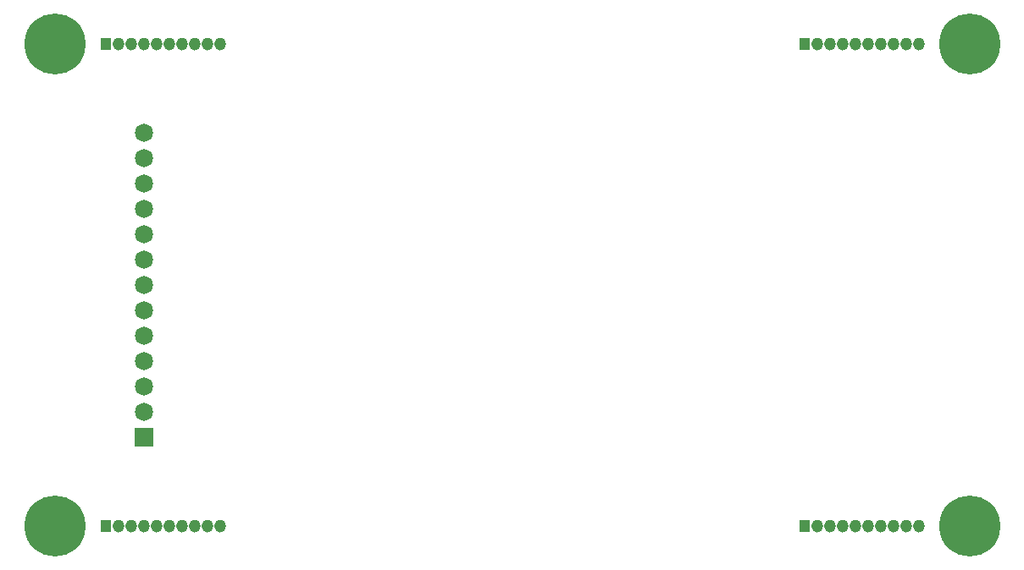
<source format=gbs>
G04*
G04 #@! TF.GenerationSoftware,Altium Limited,Altium Designer,21.6.4 (81)*
G04*
G04 Layer_Color=16711935*
%FSLAX25Y25*%
%MOIN*%
G70*
G04*
G04 #@! TF.SameCoordinates,D21CAB57-D7DD-4798-A039-69392B5906F0*
G04*
G04*
G04 #@! TF.FilePolarity,Negative*
G04*
G01*
G75*
%ADD54O,0.04488X0.05118*%
%ADD55R,0.04488X0.05118*%
%ADD56R,0.07185X0.07185*%
%ADD57C,0.07185*%
%ADD58C,0.24016*%
D54*
X80000Y205000D02*
D03*
X75000D02*
D03*
X70000D02*
D03*
X65000D02*
D03*
X60000D02*
D03*
X55000D02*
D03*
X50000D02*
D03*
X45000D02*
D03*
X40000D02*
D03*
X315000D02*
D03*
X320000D02*
D03*
X325000D02*
D03*
X330000D02*
D03*
X335000D02*
D03*
X340000D02*
D03*
X345000D02*
D03*
X350000D02*
D03*
X355000D02*
D03*
Y15000D02*
D03*
X350000D02*
D03*
X345000D02*
D03*
X340000D02*
D03*
X335000D02*
D03*
X330000D02*
D03*
X325000D02*
D03*
X320000D02*
D03*
X315000D02*
D03*
X40000D02*
D03*
X45000D02*
D03*
X50000D02*
D03*
X55000D02*
D03*
X60000D02*
D03*
X65000D02*
D03*
X70000D02*
D03*
X75000D02*
D03*
X80000D02*
D03*
D55*
X35000Y205000D02*
D03*
X310000D02*
D03*
Y15000D02*
D03*
X35000D02*
D03*
D56*
X50000Y50000D02*
D03*
D57*
Y60000D02*
D03*
Y70000D02*
D03*
Y80000D02*
D03*
Y90000D02*
D03*
Y100000D02*
D03*
Y110000D02*
D03*
Y120000D02*
D03*
Y130000D02*
D03*
Y140000D02*
D03*
Y150000D02*
D03*
Y160000D02*
D03*
Y170000D02*
D03*
D58*
X375000Y205000D02*
D03*
X15000D02*
D03*
X375000Y15000D02*
D03*
X15000D02*
D03*
M02*

</source>
